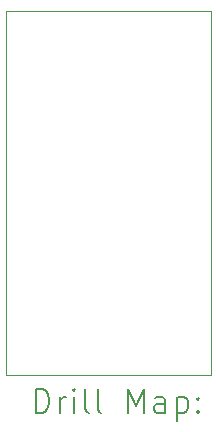
<source format=gbr>
%TF.GenerationSoftware,KiCad,Pcbnew,7.0.7*%
%TF.CreationDate,2023-09-17T10:26:03+01:00*%
%TF.ProjectId,TRSG3JPMod,54525347-334a-4504-9d6f-642e6b696361,rev?*%
%TF.SameCoordinates,Original*%
%TF.FileFunction,Drillmap*%
%TF.FilePolarity,Positive*%
%FSLAX45Y45*%
G04 Gerber Fmt 4.5, Leading zero omitted, Abs format (unit mm)*
G04 Created by KiCad (PCBNEW 7.0.7) date 2023-09-17 10:26:03*
%MOMM*%
%LPD*%
G01*
G04 APERTURE LIST*
%ADD10C,0.100000*%
%ADD11C,0.200000*%
G04 APERTURE END LIST*
D10*
X10691250Y-5517500D02*
X12427500Y-5517500D01*
X12427500Y-8602500D01*
X10691250Y-8602500D01*
X10691250Y-5517500D01*
D11*
X10947027Y-8918984D02*
X10947027Y-8718984D01*
X10947027Y-8718984D02*
X10994646Y-8718984D01*
X10994646Y-8718984D02*
X11023217Y-8728508D01*
X11023217Y-8728508D02*
X11042265Y-8747555D01*
X11042265Y-8747555D02*
X11051789Y-8766603D01*
X11051789Y-8766603D02*
X11061313Y-8804698D01*
X11061313Y-8804698D02*
X11061313Y-8833270D01*
X11061313Y-8833270D02*
X11051789Y-8871365D01*
X11051789Y-8871365D02*
X11042265Y-8890412D01*
X11042265Y-8890412D02*
X11023217Y-8909460D01*
X11023217Y-8909460D02*
X10994646Y-8918984D01*
X10994646Y-8918984D02*
X10947027Y-8918984D01*
X11147027Y-8918984D02*
X11147027Y-8785650D01*
X11147027Y-8823746D02*
X11156551Y-8804698D01*
X11156551Y-8804698D02*
X11166074Y-8795174D01*
X11166074Y-8795174D02*
X11185122Y-8785650D01*
X11185122Y-8785650D02*
X11204170Y-8785650D01*
X11270836Y-8918984D02*
X11270836Y-8785650D01*
X11270836Y-8718984D02*
X11261312Y-8728508D01*
X11261312Y-8728508D02*
X11270836Y-8738031D01*
X11270836Y-8738031D02*
X11280360Y-8728508D01*
X11280360Y-8728508D02*
X11270836Y-8718984D01*
X11270836Y-8718984D02*
X11270836Y-8738031D01*
X11394646Y-8918984D02*
X11375598Y-8909460D01*
X11375598Y-8909460D02*
X11366074Y-8890412D01*
X11366074Y-8890412D02*
X11366074Y-8718984D01*
X11499408Y-8918984D02*
X11480360Y-8909460D01*
X11480360Y-8909460D02*
X11470836Y-8890412D01*
X11470836Y-8890412D02*
X11470836Y-8718984D01*
X11727979Y-8918984D02*
X11727979Y-8718984D01*
X11727979Y-8718984D02*
X11794646Y-8861841D01*
X11794646Y-8861841D02*
X11861312Y-8718984D01*
X11861312Y-8718984D02*
X11861312Y-8918984D01*
X12042265Y-8918984D02*
X12042265Y-8814222D01*
X12042265Y-8814222D02*
X12032741Y-8795174D01*
X12032741Y-8795174D02*
X12013693Y-8785650D01*
X12013693Y-8785650D02*
X11975598Y-8785650D01*
X11975598Y-8785650D02*
X11956551Y-8795174D01*
X12042265Y-8909460D02*
X12023217Y-8918984D01*
X12023217Y-8918984D02*
X11975598Y-8918984D01*
X11975598Y-8918984D02*
X11956551Y-8909460D01*
X11956551Y-8909460D02*
X11947027Y-8890412D01*
X11947027Y-8890412D02*
X11947027Y-8871365D01*
X11947027Y-8871365D02*
X11956551Y-8852317D01*
X11956551Y-8852317D02*
X11975598Y-8842793D01*
X11975598Y-8842793D02*
X12023217Y-8842793D01*
X12023217Y-8842793D02*
X12042265Y-8833270D01*
X12137503Y-8785650D02*
X12137503Y-8985650D01*
X12137503Y-8795174D02*
X12156551Y-8785650D01*
X12156551Y-8785650D02*
X12194646Y-8785650D01*
X12194646Y-8785650D02*
X12213693Y-8795174D01*
X12213693Y-8795174D02*
X12223217Y-8804698D01*
X12223217Y-8804698D02*
X12232741Y-8823746D01*
X12232741Y-8823746D02*
X12232741Y-8880889D01*
X12232741Y-8880889D02*
X12223217Y-8899936D01*
X12223217Y-8899936D02*
X12213693Y-8909460D01*
X12213693Y-8909460D02*
X12194646Y-8918984D01*
X12194646Y-8918984D02*
X12156551Y-8918984D01*
X12156551Y-8918984D02*
X12137503Y-8909460D01*
X12318455Y-8899936D02*
X12327979Y-8909460D01*
X12327979Y-8909460D02*
X12318455Y-8918984D01*
X12318455Y-8918984D02*
X12308932Y-8909460D01*
X12308932Y-8909460D02*
X12318455Y-8899936D01*
X12318455Y-8899936D02*
X12318455Y-8918984D01*
X12318455Y-8795174D02*
X12327979Y-8804698D01*
X12327979Y-8804698D02*
X12318455Y-8814222D01*
X12318455Y-8814222D02*
X12308932Y-8804698D01*
X12308932Y-8804698D02*
X12318455Y-8795174D01*
X12318455Y-8795174D02*
X12318455Y-8814222D01*
M02*

</source>
